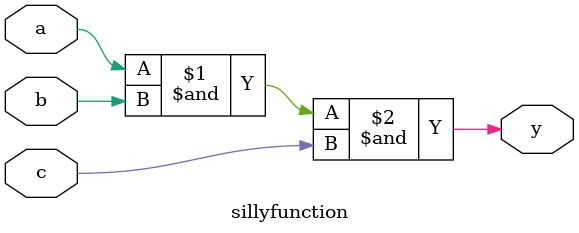
<source format=sv>
module sillyfunction(input logic a,b,c, 
							output logic y);
	assign y = a & b & c;

endmodule
</source>
